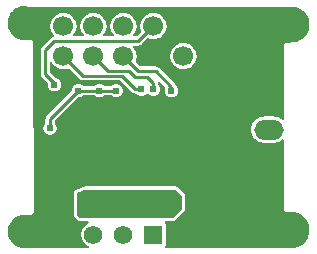
<source format=gbl>
G04 Layer: BottomLayer*
G04 EasyEDA v6.5.42, 2024-04-26 14:21:03*
G04 83e926d313864eea94535a794ce2a587,2865ae9118a24060a17af6d01c9bcc73,10*
G04 Gerber Generator version 0.2*
G04 Scale: 100 percent, Rotated: No, Reflected: No *
G04 Dimensions in millimeters *
G04 leading zeros omitted , absolute positions ,4 integer and 5 decimal *
%FSLAX45Y45*%
%MOMM*%

%ADD10C,0.2540*%
%ADD11C,1.7000*%
%ADD12R,1.5748X1.7000*%
%ADD13C,1.5748*%
%ADD14R,1.5748X1.5748*%
%ADD15O,2.4999949999999997X1.6999966*%
%ADD16C,2.0000*%
%ADD17C,0.6000*%
%ADD18C,0.6096*%
%ADD19C,0.0118*%

%LPD*%
G36*
X-465734Y-2272792D02*
G01*
X-472084Y-2271928D01*
X-487019Y-2268118D01*
X-501497Y-2262632D01*
X-515264Y-2255621D01*
X-528167Y-2247188D01*
X-540105Y-2237333D01*
X-550875Y-2226259D01*
X-560374Y-2214067D01*
X-568452Y-2200910D01*
X-575106Y-2186940D01*
X-580136Y-2172360D01*
X-583590Y-2157272D01*
X-585317Y-2141931D01*
X-585419Y-2126488D01*
X-583793Y-2111095D01*
X-580491Y-2096007D01*
X-575564Y-2081377D01*
X-569061Y-2067356D01*
X-561086Y-2054148D01*
X-551688Y-2041855D01*
X-540969Y-2030679D01*
X-529183Y-2020773D01*
X-516331Y-2012188D01*
X-502615Y-2005025D01*
X-488188Y-1999488D01*
X-473252Y-1995474D01*
X-458927Y-1993341D01*
X-392887Y-1991614D01*
X-386384Y-1990648D01*
X-380949Y-1988413D01*
X-375818Y-1984705D01*
X-373481Y-1982266D01*
X-369925Y-1977085D01*
X-367792Y-1971548D01*
X-367030Y-1965045D01*
X-368554Y-538835D01*
X-369366Y-532333D01*
X-371449Y-526796D01*
X-375005Y-521614D01*
X-377596Y-519023D01*
X-382676Y-515366D01*
X-388162Y-513181D01*
X-394665Y-512318D01*
X-455828Y-511352D01*
X-472490Y-509016D01*
X-487730Y-505104D01*
X-502412Y-499567D01*
X-516432Y-492455D01*
X-529539Y-483819D01*
X-541680Y-473862D01*
X-552602Y-462584D01*
X-562305Y-450240D01*
X-570534Y-436829D01*
X-577240Y-422656D01*
X-582422Y-407822D01*
X-585927Y-392531D01*
X-587705Y-376936D01*
X-587806Y-361238D01*
X-586181Y-345592D01*
X-582828Y-330250D01*
X-577850Y-315366D01*
X-571246Y-301091D01*
X-563168Y-287680D01*
X-553618Y-275183D01*
X-542798Y-263804D01*
X-530809Y-253695D01*
X-517753Y-244957D01*
X-503834Y-237693D01*
X-489204Y-231952D01*
X-474014Y-227888D01*
X-458520Y-225501D01*
X-442823Y-224840D01*
X-427177Y-225907D01*
X-411327Y-228650D01*
X-405942Y-229108D01*
X1826564Y-229108D01*
X1843582Y-231241D01*
X1859381Y-235000D01*
X1874672Y-240436D01*
X1889302Y-247497D01*
X1903120Y-256032D01*
X1915922Y-265988D01*
X1927606Y-277317D01*
X1938020Y-289763D01*
X1947062Y-303276D01*
X1954580Y-317652D01*
X1960524Y-332740D01*
X1964842Y-348386D01*
X1967484Y-364439D01*
X1968398Y-380644D01*
X1967534Y-396849D01*
X1964994Y-412902D01*
X1960778Y-428548D01*
X1954885Y-443687D01*
X1947418Y-458114D01*
X1938426Y-471678D01*
X1928114Y-484174D01*
X1916480Y-495503D01*
X1903730Y-505561D01*
X1889963Y-514197D01*
X1875332Y-521258D01*
X1860092Y-526796D01*
X1844293Y-530656D01*
X1829104Y-532688D01*
X1786737Y-534365D01*
X1778050Y-533095D01*
X1775510Y-533146D01*
X1771700Y-533755D01*
X1765960Y-535940D01*
X1761083Y-539292D01*
X1756968Y-543966D01*
X1755089Y-547065D01*
X1752904Y-552907D01*
X1752092Y-559409D01*
X1752092Y-1176324D01*
X1751380Y-1180084D01*
X1749348Y-1183284D01*
X1746250Y-1185519D01*
X1742592Y-1186484D01*
X1738782Y-1185976D01*
X1735480Y-1184148D01*
X1730756Y-1180287D01*
X1719021Y-1172819D01*
X1706422Y-1166876D01*
X1693164Y-1162608D01*
X1679498Y-1159967D01*
X1665274Y-1159103D01*
X1585925Y-1159103D01*
X1571701Y-1159967D01*
X1558036Y-1162608D01*
X1544777Y-1166876D01*
X1532178Y-1172819D01*
X1520444Y-1180287D01*
X1509674Y-1189177D01*
X1500174Y-1199337D01*
X1491996Y-1210564D01*
X1485290Y-1222806D01*
X1480159Y-1235710D01*
X1476654Y-1249222D01*
X1474927Y-1263040D01*
X1474927Y-1276959D01*
X1476654Y-1290777D01*
X1480159Y-1304290D01*
X1485290Y-1317193D01*
X1491996Y-1329436D01*
X1500174Y-1340662D01*
X1509674Y-1350822D01*
X1520444Y-1359712D01*
X1532178Y-1367180D01*
X1544777Y-1373124D01*
X1558036Y-1377391D01*
X1571701Y-1380032D01*
X1585925Y-1380896D01*
X1665274Y-1380896D01*
X1679498Y-1380032D01*
X1693164Y-1377391D01*
X1706422Y-1373124D01*
X1719021Y-1367180D01*
X1730756Y-1359712D01*
X1735480Y-1355852D01*
X1738782Y-1354023D01*
X1742592Y-1353515D01*
X1746250Y-1354480D01*
X1749348Y-1356715D01*
X1751380Y-1359916D01*
X1752092Y-1363675D01*
X1752092Y-1941474D01*
X1752904Y-1947976D01*
X1754987Y-1953514D01*
X1758543Y-1958695D01*
X1760931Y-1961134D01*
X1766011Y-1964842D01*
X1771497Y-1967077D01*
X1778000Y-1967992D01*
X1829054Y-1969211D01*
X1845360Y-1971446D01*
X1861108Y-1975408D01*
X1876348Y-1981047D01*
X1890877Y-1988261D01*
X1904593Y-1996998D01*
X1917293Y-2007107D01*
X1928825Y-2018538D01*
X1939086Y-2031085D01*
X1947925Y-2044700D01*
X1955292Y-2059178D01*
X1961083Y-2074367D01*
X1965198Y-2090064D01*
X1967636Y-2106117D01*
X1968347Y-2122322D01*
X1967331Y-2138527D01*
X1964588Y-2154580D01*
X1960168Y-2170176D01*
X1954123Y-2185263D01*
X1946503Y-2199589D01*
X1937359Y-2213000D01*
X1926843Y-2225395D01*
X1915109Y-2236622D01*
X1902206Y-2246477D01*
X1888388Y-2254961D01*
X1873707Y-2261870D01*
X1858365Y-2267204D01*
X1842516Y-2270861D01*
X1826564Y-2272792D01*
X752246Y-2272792D01*
X748334Y-2272030D01*
X745032Y-2269794D01*
X742848Y-2266543D01*
X742086Y-2262632D01*
X742848Y-2258720D01*
X745032Y-2255469D01*
X746658Y-2253843D01*
X749706Y-2248966D01*
X751636Y-2243480D01*
X752348Y-2237181D01*
X752348Y-2080818D01*
X751636Y-2074519D01*
X749706Y-2069033D01*
X746658Y-2064156D01*
X745032Y-2062530D01*
X742848Y-2059279D01*
X742086Y-2055368D01*
X742848Y-2051456D01*
X745032Y-2048205D01*
X748334Y-2045970D01*
X752246Y-2045207D01*
X812495Y-2045207D01*
X818540Y-2044547D01*
X824026Y-2042617D01*
X828954Y-2039518D01*
X831342Y-2037435D01*
X907135Y-1961642D01*
X910945Y-1956866D01*
X913434Y-1951634D01*
X914704Y-1945995D01*
X914908Y-1942795D01*
X914908Y-1829104D01*
X914247Y-1823059D01*
X912317Y-1817573D01*
X909218Y-1812645D01*
X907135Y-1810257D01*
X856742Y-1759864D01*
X851966Y-1756054D01*
X846734Y-1753565D01*
X841095Y-1752295D01*
X837895Y-1752092D01*
X64058Y-1752092D01*
X57556Y-1752803D01*
X53492Y-1754073D01*
X-10871Y-1779879D01*
X-16103Y-1783181D01*
X-20218Y-1787296D01*
X-23266Y-1792173D01*
X-25196Y-1797659D01*
X-25908Y-1803958D01*
X-25908Y-1993595D01*
X-25247Y-1999640D01*
X-23317Y-2005126D01*
X-20218Y-2010054D01*
X-18135Y-2012442D01*
X6858Y-2037435D01*
X11633Y-2041245D01*
X16865Y-2043734D01*
X22504Y-2045004D01*
X25704Y-2045207D01*
X90830Y-2045207D01*
X95199Y-2046224D01*
X98755Y-2049018D01*
X100736Y-2053082D01*
X100736Y-2057552D01*
X98806Y-2061616D01*
X95300Y-2064461D01*
X87376Y-2068372D01*
X75996Y-2075992D01*
X65735Y-2085035D01*
X56692Y-2095296D01*
X49072Y-2106676D01*
X43027Y-2118969D01*
X38658Y-2131923D01*
X35966Y-2145334D01*
X35052Y-2159000D01*
X35966Y-2172665D01*
X38658Y-2186076D01*
X43027Y-2199030D01*
X49072Y-2211324D01*
X56692Y-2222703D01*
X65735Y-2232964D01*
X75996Y-2242007D01*
X87376Y-2249627D01*
X95300Y-2253538D01*
X98806Y-2256383D01*
X100736Y-2260447D01*
X100736Y-2264918D01*
X98755Y-2268982D01*
X95199Y-2271776D01*
X90830Y-2272792D01*
G37*

%LPC*%
G36*
X-228600Y-1313637D02*
G01*
X-218795Y-1312773D01*
X-209346Y-1310233D01*
X-200406Y-1306118D01*
X-192379Y-1300480D01*
X-185420Y-1293520D01*
X-179781Y-1285494D01*
X-175666Y-1276553D01*
X-173126Y-1267104D01*
X-172262Y-1257300D01*
X-173126Y-1247495D01*
X-175666Y-1238046D01*
X-179781Y-1229106D01*
X-185420Y-1221079D01*
X-186994Y-1219504D01*
X-189230Y-1216202D01*
X-189992Y-1212291D01*
X-189992Y-1201318D01*
X-189230Y-1197406D01*
X-186994Y-1194104D01*
X8178Y-998931D01*
X11074Y-996899D01*
X14478Y-995984D01*
X22504Y-995273D01*
X31953Y-992733D01*
X40894Y-988618D01*
X48920Y-982980D01*
X50495Y-981405D01*
X53797Y-979169D01*
X57708Y-978408D01*
X145491Y-978408D01*
X149402Y-979169D01*
X152704Y-981405D01*
X154279Y-982980D01*
X162306Y-988618D01*
X171246Y-992733D01*
X180695Y-995273D01*
X190500Y-996137D01*
X200304Y-995273D01*
X209753Y-992733D01*
X218694Y-988618D01*
X226720Y-982980D01*
X228295Y-981405D01*
X231597Y-979169D01*
X235508Y-978408D01*
X285191Y-978408D01*
X289102Y-979169D01*
X292404Y-981405D01*
X293979Y-982980D01*
X302006Y-988618D01*
X310946Y-992733D01*
X320395Y-995273D01*
X330200Y-996137D01*
X340004Y-995273D01*
X349453Y-992733D01*
X358394Y-988618D01*
X366420Y-982980D01*
X373380Y-976020D01*
X379018Y-967994D01*
X383133Y-959053D01*
X385673Y-949604D01*
X386537Y-939800D01*
X385673Y-929995D01*
X383133Y-920546D01*
X379018Y-911606D01*
X373380Y-903579D01*
X366420Y-896619D01*
X358394Y-890981D01*
X349453Y-886866D01*
X340004Y-884326D01*
X330200Y-883462D01*
X320395Y-884326D01*
X310946Y-886866D01*
X302006Y-890981D01*
X293979Y-896619D01*
X292404Y-898194D01*
X289102Y-900430D01*
X285191Y-901192D01*
X235508Y-901192D01*
X231597Y-900430D01*
X228295Y-898194D01*
X226720Y-896619D01*
X218694Y-890981D01*
X209753Y-886866D01*
X200304Y-884326D01*
X190500Y-883462D01*
X180695Y-884326D01*
X171246Y-886866D01*
X162306Y-890981D01*
X154279Y-896619D01*
X152704Y-898194D01*
X149402Y-900430D01*
X145491Y-901192D01*
X57708Y-901192D01*
X53797Y-900430D01*
X50495Y-898194D01*
X48920Y-896619D01*
X40894Y-890981D01*
X31953Y-886866D01*
X22504Y-884326D01*
X12700Y-883462D01*
X2895Y-884326D01*
X-6553Y-886866D01*
X-15494Y-890981D01*
X-23520Y-896619D01*
X-30480Y-903579D01*
X-36118Y-911606D01*
X-40233Y-920546D01*
X-42773Y-929995D01*
X-43484Y-938021D01*
X-44399Y-941425D01*
X-46431Y-944321D01*
X-255524Y-1153464D01*
X-260654Y-1159662D01*
X-264210Y-1166368D01*
X-266395Y-1173581D01*
X-267208Y-1181608D01*
X-267208Y-1212291D01*
X-267970Y-1216202D01*
X-270205Y-1219504D01*
X-271780Y-1221079D01*
X-277418Y-1229106D01*
X-281533Y-1238046D01*
X-284073Y-1247495D01*
X-284937Y-1257300D01*
X-284073Y-1267104D01*
X-281533Y-1276553D01*
X-277418Y-1285494D01*
X-271780Y-1293520D01*
X-264820Y-1300480D01*
X-256794Y-1306118D01*
X-247853Y-1310233D01*
X-238404Y-1312773D01*
G37*
G36*
X800100Y-996137D02*
G01*
X809904Y-995273D01*
X819353Y-992733D01*
X828294Y-988618D01*
X836320Y-982980D01*
X843280Y-976020D01*
X848918Y-967994D01*
X853033Y-959053D01*
X855573Y-949604D01*
X856437Y-939800D01*
X855573Y-929995D01*
X853033Y-920546D01*
X848918Y-911606D01*
X843280Y-903579D01*
X839266Y-899566D01*
X837742Y-897636D01*
X835710Y-892048D01*
X832154Y-885342D01*
X827024Y-879144D01*
X695655Y-747776D01*
X689457Y-742645D01*
X682752Y-739089D01*
X675538Y-736904D01*
X667512Y-736092D01*
X540918Y-736092D01*
X537006Y-735330D01*
X533704Y-733094D01*
X499160Y-698550D01*
X496976Y-695299D01*
X496214Y-691438D01*
X496925Y-687578D01*
X498957Y-682650D01*
X502564Y-668883D01*
X504342Y-654812D01*
X504342Y-640588D01*
X502564Y-626516D01*
X498957Y-612749D01*
X493623Y-599592D01*
X486613Y-587197D01*
X477926Y-575564D01*
X476097Y-571449D01*
X476199Y-567029D01*
X478231Y-563016D01*
X481736Y-560273D01*
X486054Y-559308D01*
X520192Y-559308D01*
X528218Y-558495D01*
X535432Y-556310D01*
X542137Y-552754D01*
X548335Y-547624D01*
X596798Y-499160D01*
X599998Y-497027D01*
X603758Y-496214D01*
X607517Y-496824D01*
X616153Y-500024D01*
X630021Y-503174D01*
X644144Y-504545D01*
X658368Y-504088D01*
X672388Y-501802D01*
X686003Y-497789D01*
X699008Y-491998D01*
X711149Y-484632D01*
X722274Y-475792D01*
X732129Y-465582D01*
X740613Y-454202D01*
X747623Y-441807D01*
X752957Y-428650D01*
X756564Y-414883D01*
X758342Y-400812D01*
X758342Y-386588D01*
X756564Y-372516D01*
X752957Y-358749D01*
X747623Y-345592D01*
X740613Y-333197D01*
X732129Y-321818D01*
X722274Y-311607D01*
X711149Y-302768D01*
X699008Y-295402D01*
X686003Y-289661D01*
X672388Y-285597D01*
X658368Y-283311D01*
X644144Y-282854D01*
X630021Y-284226D01*
X616153Y-287375D01*
X602792Y-292303D01*
X590194Y-298856D01*
X578561Y-306984D01*
X568045Y-316534D01*
X558850Y-327355D01*
X551078Y-339293D01*
X544931Y-352094D01*
X540461Y-365556D01*
X537718Y-379526D01*
X536803Y-393700D01*
X537718Y-407873D01*
X540461Y-421843D01*
X544576Y-434289D01*
X545084Y-437997D01*
X544220Y-441604D01*
X542137Y-444703D01*
X507695Y-479094D01*
X504393Y-481330D01*
X500481Y-482092D01*
X486054Y-482092D01*
X481736Y-481126D01*
X478231Y-478383D01*
X476199Y-474370D01*
X476097Y-469950D01*
X477926Y-465835D01*
X486613Y-454202D01*
X493623Y-441807D01*
X498957Y-428650D01*
X502564Y-414883D01*
X504342Y-400812D01*
X504342Y-386588D01*
X502564Y-372516D01*
X498957Y-358749D01*
X493623Y-345592D01*
X486613Y-333197D01*
X478129Y-321818D01*
X468274Y-311607D01*
X457149Y-302768D01*
X445008Y-295402D01*
X432003Y-289661D01*
X418388Y-285597D01*
X404368Y-283311D01*
X390144Y-282854D01*
X376021Y-284226D01*
X362153Y-287375D01*
X348792Y-292303D01*
X336194Y-298856D01*
X324561Y-306984D01*
X314045Y-316534D01*
X304850Y-327355D01*
X297078Y-339293D01*
X290931Y-352094D01*
X286461Y-365556D01*
X283718Y-379526D01*
X282803Y-393700D01*
X283718Y-407873D01*
X286461Y-421843D01*
X290931Y-435305D01*
X297078Y-448106D01*
X304850Y-460044D01*
X309372Y-465328D01*
X311251Y-468680D01*
X311759Y-472490D01*
X310845Y-476199D01*
X308610Y-479298D01*
X305409Y-481380D01*
X301650Y-482092D01*
X232054Y-482092D01*
X227736Y-481126D01*
X224231Y-478383D01*
X222199Y-474370D01*
X222097Y-469950D01*
X223926Y-465835D01*
X232613Y-454202D01*
X239623Y-441807D01*
X244957Y-428650D01*
X248564Y-414883D01*
X250342Y-400812D01*
X250342Y-386588D01*
X248564Y-372516D01*
X244957Y-358749D01*
X239623Y-345592D01*
X232613Y-333197D01*
X224129Y-321818D01*
X214274Y-311607D01*
X203149Y-302768D01*
X191008Y-295402D01*
X178003Y-289661D01*
X164388Y-285597D01*
X150368Y-283311D01*
X136144Y-282854D01*
X122021Y-284226D01*
X108153Y-287375D01*
X94792Y-292303D01*
X82194Y-298856D01*
X70561Y-306984D01*
X60045Y-316534D01*
X50850Y-327355D01*
X43078Y-339293D01*
X36931Y-352094D01*
X32461Y-365556D01*
X29718Y-379526D01*
X28803Y-393700D01*
X29718Y-407873D01*
X32461Y-421843D01*
X36931Y-435305D01*
X43078Y-448106D01*
X50850Y-460044D01*
X55372Y-465328D01*
X57251Y-468680D01*
X57759Y-472490D01*
X56845Y-476199D01*
X54610Y-479298D01*
X51409Y-481380D01*
X47650Y-482092D01*
X-21945Y-482092D01*
X-26263Y-481126D01*
X-29768Y-478383D01*
X-31800Y-474370D01*
X-31902Y-469950D01*
X-30073Y-465835D01*
X-21386Y-454202D01*
X-14376Y-441807D01*
X-9042Y-428650D01*
X-5435Y-414883D01*
X-3657Y-400812D01*
X-3657Y-386588D01*
X-5435Y-372516D01*
X-9042Y-358749D01*
X-14376Y-345592D01*
X-21386Y-333197D01*
X-29870Y-321818D01*
X-39725Y-311607D01*
X-50850Y-302768D01*
X-62991Y-295402D01*
X-75996Y-289661D01*
X-89611Y-285597D01*
X-103632Y-283311D01*
X-117856Y-282854D01*
X-131978Y-284226D01*
X-145846Y-287375D01*
X-159207Y-292303D01*
X-171805Y-298856D01*
X-183438Y-306984D01*
X-193954Y-316534D01*
X-203149Y-327355D01*
X-210921Y-339293D01*
X-217068Y-352094D01*
X-221538Y-365556D01*
X-224282Y-379526D01*
X-225196Y-393700D01*
X-224282Y-407873D01*
X-221538Y-421843D01*
X-217068Y-435305D01*
X-210921Y-448106D01*
X-203149Y-460044D01*
X-196697Y-467614D01*
X-194767Y-471119D01*
X-194310Y-475081D01*
X-195427Y-478942D01*
X-197967Y-482041D01*
X-201472Y-483920D01*
X-205232Y-485089D01*
X-211937Y-488645D01*
X-218135Y-493776D01*
X-293624Y-569264D01*
X-298754Y-575462D01*
X-302310Y-582168D01*
X-304495Y-589381D01*
X-305308Y-597408D01*
X-305308Y-799592D01*
X-304495Y-807618D01*
X-302310Y-814832D01*
X-298754Y-821537D01*
X-293624Y-827735D01*
X-249021Y-872388D01*
X-246684Y-876096D01*
X-246075Y-880414D01*
X-246837Y-889000D01*
X-245973Y-898804D01*
X-243433Y-908253D01*
X-239318Y-917194D01*
X-233679Y-925220D01*
X-226720Y-932180D01*
X-218694Y-937818D01*
X-209753Y-941933D01*
X-200304Y-944473D01*
X-190500Y-945337D01*
X-180695Y-944473D01*
X-171246Y-941933D01*
X-162306Y-937818D01*
X-154279Y-932180D01*
X-147320Y-925220D01*
X-141681Y-917194D01*
X-137566Y-908253D01*
X-135026Y-898804D01*
X-134162Y-889000D01*
X-135026Y-879195D01*
X-137566Y-869746D01*
X-141681Y-860806D01*
X-147320Y-852779D01*
X-154279Y-845819D01*
X-162306Y-840181D01*
X-171246Y-836066D01*
X-175310Y-834948D01*
X-177749Y-833932D01*
X-179882Y-832307D01*
X-225094Y-787095D01*
X-227329Y-783793D01*
X-228092Y-779881D01*
X-228092Y-709980D01*
X-227177Y-705764D01*
X-224586Y-702310D01*
X-220827Y-700227D01*
X-216509Y-699922D01*
X-212496Y-701395D01*
X-209397Y-704443D01*
X-203149Y-714044D01*
X-193954Y-724865D01*
X-183438Y-734415D01*
X-171805Y-742543D01*
X-159207Y-749096D01*
X-145846Y-754024D01*
X-131978Y-757174D01*
X-117856Y-758545D01*
X-103632Y-758088D01*
X-89611Y-755802D01*
X-70662Y-750265D01*
X-66700Y-751027D01*
X-63347Y-753262D01*
X25806Y-842416D01*
X32054Y-847547D01*
X38709Y-851103D01*
X45923Y-853287D01*
X53949Y-854100D01*
X363474Y-854100D01*
X367334Y-854862D01*
X370636Y-857046D01*
X467664Y-954024D01*
X473862Y-959154D01*
X480568Y-962710D01*
X487781Y-964895D01*
X495808Y-965708D01*
X501091Y-965708D01*
X505002Y-966469D01*
X508304Y-968705D01*
X509879Y-970280D01*
X517906Y-975918D01*
X526846Y-980033D01*
X536295Y-982573D01*
X546100Y-983437D01*
X555904Y-982573D01*
X565353Y-980033D01*
X574294Y-975918D01*
X582320Y-970280D01*
X589737Y-962863D01*
X592988Y-960678D01*
X596900Y-959916D01*
X600811Y-960678D01*
X604062Y-962863D01*
X611479Y-970280D01*
X619506Y-975918D01*
X628446Y-980033D01*
X637895Y-982573D01*
X647700Y-983437D01*
X657504Y-982573D01*
X666953Y-980033D01*
X675894Y-975918D01*
X683920Y-970280D01*
X690880Y-963320D01*
X696518Y-955294D01*
X700633Y-946353D01*
X703173Y-936904D01*
X704037Y-927100D01*
X703173Y-917295D01*
X700633Y-907846D01*
X696518Y-898906D01*
X690880Y-890879D01*
X689305Y-889304D01*
X687070Y-886002D01*
X686308Y-882091D01*
X686308Y-876808D01*
X685901Y-872642D01*
X686358Y-868578D01*
X688390Y-864971D01*
X691692Y-862482D01*
X695655Y-861517D01*
X699770Y-862228D01*
X703173Y-864463D01*
X745947Y-907237D01*
X748233Y-910691D01*
X748944Y-914704D01*
X747979Y-918718D01*
X747166Y-920546D01*
X744626Y-929995D01*
X743762Y-939800D01*
X744626Y-949604D01*
X747166Y-959053D01*
X751281Y-967994D01*
X756920Y-976020D01*
X763879Y-982980D01*
X771906Y-988618D01*
X780846Y-992733D01*
X790295Y-995273D01*
G37*
G36*
X898144Y-758545D02*
G01*
X912368Y-758088D01*
X926388Y-755802D01*
X940003Y-751789D01*
X953008Y-745998D01*
X965149Y-738632D01*
X976274Y-729792D01*
X986129Y-719582D01*
X994613Y-708202D01*
X1001623Y-695807D01*
X1006957Y-682650D01*
X1010564Y-668883D01*
X1012342Y-654812D01*
X1012342Y-640588D01*
X1010564Y-626516D01*
X1006957Y-612749D01*
X1001623Y-599592D01*
X994613Y-587197D01*
X986129Y-575818D01*
X976274Y-565607D01*
X965149Y-556768D01*
X953008Y-549402D01*
X940003Y-543661D01*
X926388Y-539597D01*
X912368Y-537311D01*
X898144Y-536854D01*
X884021Y-538226D01*
X870153Y-541375D01*
X856792Y-546303D01*
X844194Y-552856D01*
X832561Y-560984D01*
X822045Y-570534D01*
X812850Y-581355D01*
X805078Y-593293D01*
X798931Y-606094D01*
X794461Y-619556D01*
X791718Y-633526D01*
X790803Y-647700D01*
X791718Y-661873D01*
X794461Y-675843D01*
X798931Y-689305D01*
X805078Y-702106D01*
X812850Y-714044D01*
X822045Y-724865D01*
X832561Y-734415D01*
X844194Y-742543D01*
X856792Y-749096D01*
X870153Y-754024D01*
X884021Y-757174D01*
G37*

%LPD*%
G36*
X63500Y-1778000D02*
G01*
X0Y-1803400D01*
X0Y-1993900D01*
X25400Y-2019300D01*
X812800Y-2019300D01*
X889000Y-1943100D01*
X889000Y-1828800D01*
X838200Y-1778000D01*
G37*
D10*
X190500Y-939800D02*
G01*
X25400Y-939800D01*
X12700Y-939800D01*
X12700Y-939800D02*
G01*
X-228600Y-1181100D01*
X-228600Y-1257300D01*
X190500Y-939800D02*
G01*
X330200Y-939800D01*
X647700Y-393700D02*
G01*
X520700Y-520700D01*
X-190500Y-520700D01*
X-266700Y-596900D01*
X-266700Y-800100D01*
X-190500Y-876300D01*
X-190500Y-889000D01*
X139700Y-647700D02*
G01*
X266700Y-774700D01*
X444500Y-774700D01*
X495300Y-825500D01*
X596900Y-825500D01*
X647700Y-876300D01*
X647700Y-927100D01*
X546100Y-927100D02*
G01*
X495300Y-927100D01*
X383666Y-815467D01*
X53466Y-815467D01*
X-114300Y-647700D01*
X393700Y-647700D02*
G01*
X520700Y-774700D01*
X668014Y-774700D01*
X800100Y-906785D01*
X800100Y-939800D01*
D11*
G01*
X-114300Y-647700D03*
G01*
X-114300Y-393700D03*
G01*
X139700Y-647700D03*
G01*
X139700Y-393700D03*
G01*
X393700Y-647700D03*
G01*
X393700Y-393700D03*
G01*
X647700Y-647700D03*
G01*
X647700Y-393700D03*
G01*
X901700Y-647700D03*
D12*
G01*
X901700Y-393700D03*
D13*
G01*
X139700Y-2159000D03*
G01*
X393700Y-2159000D03*
D14*
G01*
X647700Y-2159000D03*
D15*
G01*
X1625600Y-774700D03*
G01*
X1625600Y-1270000D03*
D16*
G01*
X1816100Y-2120900D03*
G01*
X-444500Y-368300D03*
G01*
X-444500Y-2133600D03*
G01*
X1816100Y-381000D03*
D17*
G01*
X205613Y-1447012D03*
G01*
X205613Y-1347012D03*
G01*
X305612Y-1447012D03*
G01*
X305612Y-1347012D03*
G01*
X405612Y-1447012D03*
G01*
X405612Y-1347012D03*
G01*
X505612Y-1447012D03*
G01*
X505612Y-1347012D03*
D18*
G01*
X165100Y-1866900D03*
G01*
X101600Y-1968500D03*
G01*
X165100Y-1943100D03*
G01*
X749300Y-1841500D03*
G01*
X749300Y-1905000D03*
G01*
X647700Y-1841500D03*
G01*
X647700Y-1905000D03*
G01*
X101600Y-1892300D03*
G01*
X190500Y-939800D03*
G01*
X330200Y-939800D03*
G01*
X12700Y-939800D03*
G01*
X546100Y-927100D03*
G01*
X647700Y-927100D03*
G01*
X800100Y-939800D03*
G01*
X1663700Y-520700D03*
G01*
X1485900Y-2070100D03*
G01*
X1587500Y-1676400D03*
G01*
X-228600Y-1257300D03*
G01*
X1435100Y-1739900D03*
G01*
X1587500Y-2159000D03*
G01*
X1676400Y-1612900D03*
G01*
X1689100Y-1739900D03*
G01*
X1371600Y-2159000D03*
G01*
X1460500Y-520700D03*
G01*
X1587500Y-1003300D03*
G01*
X-190500Y-1562100D03*
G01*
X939800Y-1435100D03*
G01*
X1282700Y-2082800D03*
G01*
X1181100Y-2184400D03*
G01*
X-190500Y-889000D03*
G01*
X-50800Y-863600D03*
G01*
X927100Y-2171700D03*
M02*

</source>
